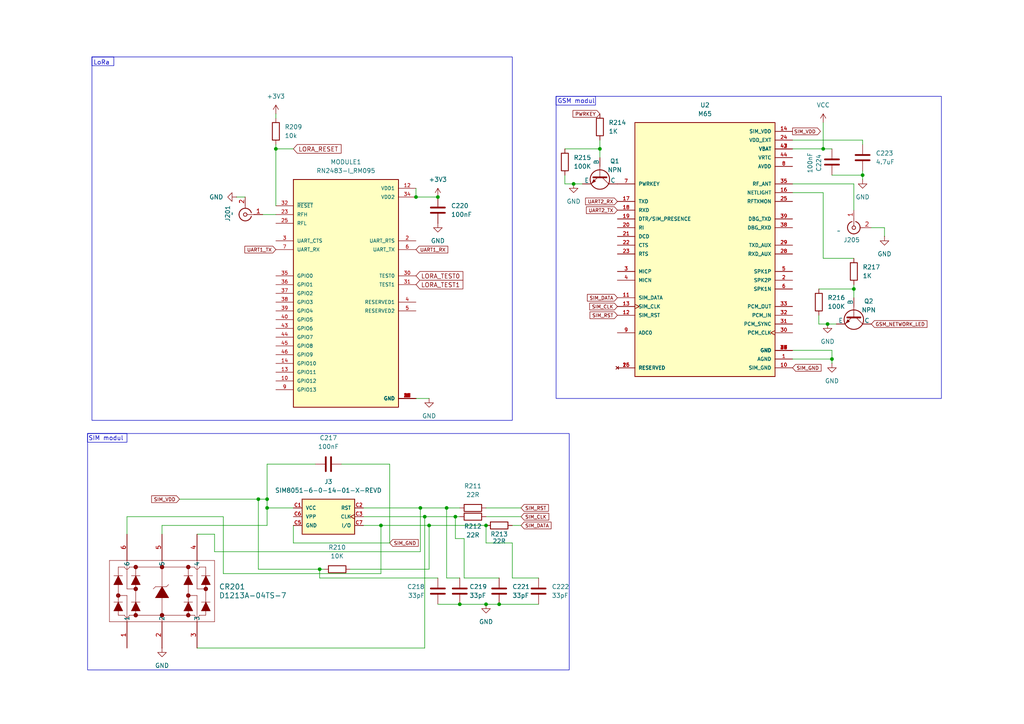
<source format=kicad_sch>
(kicad_sch (version 20250114) (generator "eeschema") (generator_version "9.0")
  (paper "A4")
  (title_block (title "ELEKvadar 2 - Sistem 1") (date "2025-05-30") (rev "0.0.1") (company "Seminar Elektronike u Istazivackoj stanici Petnica"))
  (lib_symbols
    (symbol "Connector:Conn_Coaxial" (pin_names (offset 1.016) (hide yes))
      (property "Reference" "J" (at 0.254 3.048 0))
      (property "Value" "Conn_Coaxial" (at 2.921 0 90))
      (symbol "Conn_Coaxial_0_1"
        (polyline (pts (xy -2.54 0) (xy -0.508 0)))
        (arc (start 1.778 0) (mid 0.222 -1.8079) (end -1.778 -0.508) (stroke (width 0.254)))
        (arc (start -1.778 0.508) (mid 0.2221 1.8084) (end 1.778 0) (stroke (width 0.254)))
        (circle (center 0 0) (radius 0.508) (stroke (width 0.2032)))
        (polyline (pts (xy 0 -2.54) (xy 0 -1.778)))
      )
      (symbol "Conn_Coaxial_1_1"
        (pin passive line (at -5.08 0 0) (length 2.54) (name "In") (number "1"))
        (pin passive line (at 0 -5.08 90) (length 2.54) (name "Ext") (number "2"))
      )
    )
    (symbol "Device:C" (pin_numbers (hide yes)) (pin_names (offset 0.254))
      (property "Reference" "C" (at 0.635 2.54 0))
      (property "Value" "C" (at 0.635 -2.54 0))
      (symbol "C_0_1"
        (polyline (pts (xy -2.032 0.762) (xy 2.032 0.762)) (stroke (width 0.508)))
        (polyline (pts (xy -2.032 -0.762) (xy 2.032 -0.762)) (stroke (width 0.508)))
      )
      (symbol "C_1_1"
        (pin passive line (at 0 3.81 270) (length 2.794) (name "~") (number "1"))
        (pin passive line (at 0 -3.81 90) (length 2.794) (name "~") (number "2"))
      )
    )
    (symbol "Device:R" (pin_numbers (hide yes)) (pin_names (offset 0))
      (property "Reference" "R" (at 2.032 0 90))
      (property "Value" "R" (at 0 0 90))
      (symbol "R_0_1"
        (rectangle (start -1.016 -2.54) (end 1.016 2.54) (stroke (width 0.254)))
      )
      (symbol "R_1_1"
        (pin passive line (at 0 3.81 270) (length 1.27) (name "~") (number "1"))
        (pin passive line (at 0 -3.81 90) (length 1.27) (name "~") (number "2"))
      )
    )
    (symbol "EDS:D1213A-04TS-7" (pin_names (offset 0.254))
      (property "Reference" "CR" (at 17.145 10.16 0))
      (property "Value" "D1213A-04TS-7" (at 20.32 -2.54 0))
      (symbol "D1213A-04TS-7_0_1"
        (polyline (pts (xy 7.62 5.08) (xy 7.62 -25.4)) (stroke (width 0.127)))
        (polyline (pts (xy 7.62 0) (xy 15.24 0)) (stroke (width 0.127)))
        (polyline (pts (xy 7.62 -10.16) (xy 25.4 -10.16)) (stroke (width 0.127)))
        (polyline (pts (xy 7.62 -20.32) (xy 15.24 -20.32)) (stroke (width 0.127)))
        (polyline (pts (xy 7.62 -25.4) (xy 25.4 -25.4)) (stroke (width 0.127)))
        (polyline (pts (xy 9.525 2.54) (xy 9.525 0.635)) (stroke (width 0.127)))
        (polyline (pts (xy 9.525 2.54) (xy 23.495 2.54)) (stroke (width 0.127)))
        (polyline (pts (xy 9.525 -0.635) (xy 9.525 -19.685)) (stroke (width 0.127)))
        (polyline (pts (xy 9.525 -2.54) (xy 23.495 -2.54)) (stroke (width 0.127)))
        (circle (center 9.525 -2.54) (radius 0.127) (stroke (width 0.508)))
        (circle (center 9.525 -10.16) (radius 0.127) (stroke (width 0.508)))
        (polyline (pts (xy 9.525 -17.78) (xy 23.495 -17.78)) (stroke (width 0.127)))
        (circle (center 9.525 -17.78) (radius 0.127) (stroke (width 0.508)))
        (polyline (pts (xy 9.525 -20.955) (xy 9.525 -22.86)) (stroke (width 0.127)))
        (polyline (pts (xy 9.525 -22.86) (xy 23.495 -22.86)) (stroke (width 0.127)))
        (arc (start 9.525 -0.635) (mid 8.8927 0) (end 9.525 0.635) (stroke (width 0.127)))
        (arc (start 9.525 -20.955) (mid 8.8927 -20.32) (end 9.525 -19.685) (stroke (width 0.127)))
        (polyline (pts (xy 10.795 3.81) (xy 10.795 1.27)) (stroke (width 0.127)))
        (polyline (pts (xy 10.795 3.81) (xy 13.335 2.54)) (stroke (width 0.127)))
        (polyline (pts (xy 10.795 3.81) (xy 10.795 1.27) (xy 13.335 2.54)) (fill (type outline)))
        (polyline (pts (xy 10.795 -1.27) (xy 10.795 -3.81)) (stroke (width 0.127)))
        (polyline (pts (xy 10.795 -1.27) (xy 13.335 -2.54)) (stroke (width 0.127)))
        (polyline (pts (xy 10.795 -1.27) (xy 10.795 -3.81) (xy 13.335 -2.54)) (fill (type outline)))
        (polyline (pts (xy 10.795 -16.51) (xy 10.795 -19.05)) (stroke (width 0.127)))
        (polyline (pts (xy 10.795 -16.51) (xy 13.335 -17.78)) (stroke (width 0.127)))
        (polyline (pts (xy 10.795 -16.51) (xy 10.795 -19.05) (xy 13.335 -17.78)) (fill (type outline)))
        (polyline (pts (xy 10.795 -21.59) (xy 10.795 -24.13)) (stroke (width 0.127)))
        (polyline (pts (xy 10.795 -21.59) (xy 13.335 -22.86)) (stroke (width 0.127)))
        (polyline (pts (xy 10.795 -21.59) (xy 10.795 -24.13) (xy 13.335 -22.86)) (fill (type outline)))
        (polyline (pts (xy 13.335 2.54) (xy 10.795 1.27)) (stroke (width 0.127)))
        (polyline (pts (xy 13.335 1.27) (xy 13.335 3.81)) (stroke (width 0.127)))
        (polyline (pts (xy 13.335 -2.54) (xy 10.795 -3.81)) (stroke (width 0.127)))
        (polyline (pts (xy 13.335 -3.81) (xy 13.335 -1.27)) (stroke (width 0.127)))
        (polyline (pts (xy 13.335 -17.78) (xy 10.795 -19.05)) (stroke (width 0.127)))
        (polyline (pts (xy 13.335 -19.05) (xy 13.335 -16.51)) (stroke (width 0.127)))
        (polyline (pts (xy 13.335 -22.86) (xy 10.795 -24.13)) (stroke (width 0.127)))
        (polyline (pts (xy 13.335 -24.13) (xy 13.335 -21.59)) (stroke (width 0.127)))
        (polyline (pts (xy 14.605 -8.255) (xy 14.605 -12.065)) (stroke (width 0.127)))
        (polyline (pts (xy 14.605 -8.255) (xy 17.78 -10.16)) (stroke (width 0.127)))
        (polyline (pts (xy 14.605 -8.255) (xy 14.605 -12.065) (xy 17.78 -10.16)) (fill (type outline)))
        (polyline (pts (xy 14.605 -12.065) (xy 17.78 -10.16)) (stroke (width 0.127)))
        (polyline (pts (xy 15.24 2.54) (xy 15.24 0)) (stroke (width 0.127)))
        (circle (center 15.24 2.54) (radius 0.127) (stroke (width 0.508)))
        (polyline (pts (xy 15.24 -17.78) (xy 15.24 -20.32)) (stroke (width 0.127)))
        (circle (center 15.24 -17.78) (radius 0.127) (stroke (width 0.508)))
        (polyline (pts (xy 17.145 0) (xy 17.145 -2.54)) (stroke (width 0.127)))
        (circle (center 17.145 -2.54) (radius 0.127) (stroke (width 0.508)))
        (polyline (pts (xy 17.145 -20.32) (xy 17.145 -22.86)) (stroke (width 0.127)))
        (circle (center 17.145 -22.86) (radius 0.127) (stroke (width 0.508)))
        (polyline (pts (xy 17.78 -8.255) (xy 17.145 -7.62)) (stroke (width 0.127)))
        (polyline (pts (xy 17.78 -8.255) (xy 17.78 -11.43)) (stroke (width 0.127)))
        (polyline (pts (xy 17.78 -11.43) (xy 18.415 -12.065)) (stroke (width 0.127)))
        (polyline (pts (xy 18.415 3.81) (xy 18.415 1.27)) (stroke (width 0.127)))
        (polyline (pts (xy 18.415 3.81) (xy 20.955 2.54)) (stroke (width 0.127)))
        (polyline (pts (xy 18.415 3.81) (xy 18.415 1.27) (xy 20.955 2.54)) (fill (type outline)))
        (polyline (pts (xy 18.415 -1.27) (xy 18.415 -3.81)) (stroke (width 0.127)))
        (polyline (pts (xy 18.415 -1.27) (xy 20.955 -2.54)) (stroke (width 0.127)))
        (polyline (pts (xy 18.415 -1.27) (xy 18.415 -3.81) (xy 20.955 -2.54)) (fill (type outline)))
        (polyline (pts (xy 18.415 -16.51) (xy 18.415 -19.05)) (stroke (width 0.127)))
        (polyline (pts (xy 18.415 -16.51) (xy 20.955 -17.78)) (stroke (width 0.127)))
        (polyline (pts (xy 18.415 -16.51) (xy 18.415 -19.05) (xy 20.955 -17.78)) (fill (type outline)))
        (polyline (pts (xy 18.415 -21.59) (xy 18.415 -24.13)) (stroke (width 0.127)))
        (polyline (pts (xy 18.415 -21.59) (xy 20.955 -22.86)) (stroke (width 0.127)))
        (polyline (pts (xy 18.415 -21.59) (xy 18.415 -24.13) (xy 20.955 -22.86)) (fill (type outline)))
        (polyline (pts (xy 20.955 2.54) (xy 18.415 1.27)) (stroke (width 0.127)))
        (polyline (pts (xy 20.955 1.27) (xy 20.955 3.81)) (stroke (width 0.127)))
        (polyline (pts (xy 20.955 -2.54) (xy 18.415 -3.81)) (stroke (width 0.127)))
        (polyline (pts (xy 20.955 -3.81) (xy 20.955 -1.27)) (stroke (width 0.127)))
        (polyline (pts (xy 20.955 -17.78) (xy 18.415 -19.05)) (stroke (width 0.127)))
        (polyline (pts (xy 20.955 -19.05) (xy 20.955 -16.51)) (stroke (width 0.127)))
        (polyline (pts (xy 20.955 -22.86) (xy 18.415 -24.13)) (stroke (width 0.127)))
        (polyline (pts (xy 20.955 -24.13) (xy 20.955 -21.59)) (stroke (width 0.127)))
        (polyline (pts (xy 23.495 2.54) (xy 23.495 0.635)) (stroke (width 0.127)))
        (circle (center 23.495 -2.54) (radius 0.127) (stroke (width 0.508)))
        (circle (center 23.495 -10.16) (radius 0.127) (stroke (width 0.508)))
        (circle (center 23.495 -17.78) (radius 0.127) (stroke (width 0.508)))
        (polyline (pts (xy 23.495 -19.685) (xy 23.495 -0.635)) (stroke (width 0.127)))
        (polyline (pts (xy 23.495 -20.955) (xy 23.495 -22.86)) (stroke (width 0.127)))
        (arc (start 23.495 -0.635) (mid 22.8627 0) (end 23.495 0.635) (stroke (width 0.127)))
        (arc (start 23.495 -20.955) (mid 22.8627 -20.32) (end 23.495 -19.685) (stroke (width 0.127)))
        (polyline (pts (xy 25.4 5.08) (xy 7.62 5.08)) (stroke (width 0.127)))
        (polyline (pts (xy 25.4 0) (xy 17.145 0)) (stroke (width 0.127)))
        (polyline (pts (xy 25.4 -20.32) (xy 17.145 -20.32)) (stroke (width 0.127)))
        (polyline (pts (xy 25.4 -25.4) (xy 25.4 5.08)) (stroke (width 0.127)))
        (pin unspecified line (at 0 0 0) (length 7.62) (name "1") (number "1"))
        (pin unspecified line (at 0 -10.16 0) (length 7.62) (name "2") (number "2"))
        (pin unspecified line (at 0 -20.32 0) (length 7.62) (name "3") (number "3"))
        (pin unspecified line (at 33.02 0 180) (length 7.62) (name "6") (number "6"))
        (pin unspecified line (at 33.02 -10.16 180) (length 7.62) (name "5") (number "5"))
        (pin unspecified line (at 33.02 -20.32 180) (length 7.62) (name "4") (number "4"))
      )
    )
    (symbol "Lora:RN2483-I_RM095" (pin_names (offset 1.016))
      (property "Reference" "MODULE" (at -15.2463 33.0337 0))
      (property "Value" "RN2483-I_RM095" (at -15.2576 -35.6012 0))
      (symbol "RN2483-I_RM095_0_0"
        (rectangle (start -15.24 -33.02) (end 15.24 33.02) (stroke (width 0.254)) (fill (type background)))
        (pin input line (at -20.32 25.4 0) (length 5.08) (name "~{RESET}") (number "32"))
        (pin input line (at -20.32 22.86 0) (length 5.08) (name "RFH") (number "23"))
        (pin input line (at -20.32 20.32 0) (length 5.08) (name "RFL") (number "25"))
        (pin input line (at -20.32 15.24 0) (length 5.08) (name "UART_CTS") (number "3"))
        (pin input line (at -20.32 12.7 0) (length 5.08) (name "UART_RX") (number "7"))
        (pin bidirectional line (at -20.32 5.08 0) (length 5.08) (name "GPIO0") (number "35"))
        (pin bidirectional line (at -20.32 2.54 0) (length 5.08) (name "GPIO1") (number "36"))
        (pin bidirectional line (at -20.32 0 0) (length 5.08) (name "GPIO2") (number "37"))
        (pin bidirectional line (at -20.32 -2.54 0) (length 5.08) (name "GPIO3") (number "38"))
        (pin bidirectional line (at -20.32 -5.08 0) (length 5.08) (name "GPIO4") (number "39"))
        (pin bidirectional line (at -20.32 -7.62 0) (length 5.08) (name "GPIO5") (number "40"))
        (pin bidirectional line (at -20.32 -10.16 0) (length 5.08) (name "GPIO6") (number "43"))
        (pin bidirectional line (at -20.32 -12.7 0) (length 5.08) (name "GPIO7") (number "44"))
        (pin bidirectional line (at -20.32 -15.24 0) (length 5.08) (name "GPIO8") (number "45"))
        (pin bidirectional line (at -20.32 -17.78 0) (length 5.08) (name "GPIO9") (number "46"))
        (pin bidirectional line (at -20.32 -20.32 0) (length 5.08) (name "GPIO10") (number "14"))
        (pin bidirectional line (at -20.32 -22.86 0) (length 5.08) (name "GPIO11") (number "13"))
        (pin bidirectional line (at -20.32 -25.4 0) (length 5.08) (name "GPIO12") (number "10"))
        (pin bidirectional line (at -20.32 -27.94 0) (length 5.08) (name "GPIO13") (number "9"))
        (pin power_in line (at 20.32 30.48 180) (length 5.08) (name "VDD1") (number "12"))
        (pin power_in line (at 20.32 27.94 180) (length 5.08) (name "VDD2") (number "34"))
        (pin output line (at 20.32 15.24 180) (length 5.08) (name "UART_RTS") (number "2"))
        (pin output line (at 20.32 12.7 180) (length 5.08) (name "UART_TX") (number "6"))
        (pin passive line (at 20.32 5.08 180) (length 5.08) (name "TEST0") (number "30"))
        (pin passive line (at 20.32 2.54 180) (length 5.08) (name "TEST1") (number "31"))
        (pin passive line (at 20.32 -2.54 180) (length 5.08) (name "RESERVED1") (number "4"))
        (pin passive line (at 20.32 -5.08 180) (length 5.08) (name "RESERVED2") (number "5"))
        (pin passive line (at 20.32 -30.48 180) (length 5.08) (name "GND") (number "1"))
        (pin passive line (at 20.32 -30.48 180) (length 5.08) (name "GND") (number "11"))
        (pin passive line (at 20.32 -30.48 180) (length 5.08) (name "GND") (number "20"))
        (pin passive line (at 20.32 -30.48 180) (length 5.08) (name "GND") (number "21"))
        (pin passive line (at 20.32 -30.48 180) (length 5.08) (name "GND") (number "22"))
        (pin passive line (at 20.32 -30.48 180) (length 5.08) (name "GND") (number "24"))
        (pin passive line (at 20.32 -30.48 180) (length 5.08) (name "GND") (number "26"))
        (pin passive line (at 20.32 -30.48 180) (length 5.08) (name "GND") (number "27"))
        (pin passive line (at 20.32 -30.48 180) (length 5.08) (name "GND") (number "28"))
        (pin passive line (at 20.32 -30.48 180) (length 5.08) (name "GND") (number "33"))
        (pin passive line (at 20.32 -30.48 180) (length 5.08) (name "GND") (number "41"))
        (pin passive line (at 20.32 -30.48 180) (length 5.08) (name "GND") (number "47"))
        (pin passive line (at 20.32 -30.48 180) (length 5.08) (name "GND") (number "8"))
      )
    )
    (symbol "M65:M65" (pin_names (offset 1.016))
      (property "Reference" "U" (at -20.32 40.64 0))
      (property "Value" "M65" (at -20.32 -38.1 0))
      (symbol "M65_0_0"
        (rectangle (start -20.32 -35.56) (end 20.32 38.1) (stroke (width 0.254)) (fill (type background)))
        (pin input line (at -25.4 20.32 0) (length 5.08) (name "PWRKEY") (number "7"))
        (pin output line (at -25.4 15.24 0) (length 5.08) (name "TXD") (number "17"))
        (pin input line (at -25.4 12.7 0) (length 5.08) (name "RXD") (number "18"))
        (pin input line (at -25.4 10.16 0) (length 5.08) (name "DTR/SIM_PRESENCE") (number "19"))
        (pin output line (at -25.4 7.62 0) (length 5.08) (name "RI") (number "20"))
        (pin output line (at -25.4 5.08 0) (length 5.08) (name "DCD") (number "21"))
        (pin output line (at -25.4 2.54 0) (length 5.08) (name "CTS") (number "22"))
        (pin input line (at -25.4 0 0) (length 5.08) (name "RTS") (number "23"))
        (pin input line (at -25.4 -5.08 0) (length 5.08) (name "MICP") (number "3"))
        (pin input line (at -25.4 -7.62 0) (length 5.08) (name "MICN") (number "4"))
        (pin bidirectional line (at -25.4 -12.7 0) (length 5.08) (name "SIM_DATA") (number "11"))
        (pin output clock (at -25.4 -15.24 0) (length 5.08) (name "SIM_CLK") (number "13"))
        (pin output line (at -25.4 -17.78 0) (length 5.08) (name "SIM_RST") (number "12"))
        (pin input line (at -25.4 -22.86 0) (length 5.08) (name "ADC0") (number "9"))
        (pin no_connect line (at -25.4 -33.02 0) (length 5.08) (name "RESERVED") (number "15"))
        (pin no_connect line (at -25.4 -33.02 0) (length 5.08) (name "RESERVED") (number "26"))
        (pin power_in line (at 25.4 35.56 180) (length 5.08) (name "SIM_VDD") (number "14"))
        (pin power_in line (at 25.4 33.02 180) (length 5.08) (name "VDD_EXT") (number "24"))
        (pin power_in line (at 25.4 30.48 180) (length 5.08) (name "VBAT") (number "42"))
        (pin power_in line (at 25.4 30.48 180) (length 5.08) (name "VBAT") (number "43"))
        (pin power_in line (at 25.4 27.94 180) (length 5.08) (name "VRTC") (number "44"))
        (pin power_in line (at 25.4 25.4 180) (length 5.08) (name "AVDD") (number "8"))
        (pin bidirectional line (at 25.4 20.32 180) (length 5.08) (name "RF_ANT") (number "35"))
        (pin output line (at 25.4 17.78 180) (length 5.08) (name "NETLIGHT") (number "16"))
        (pin output line (at 25.4 15.24 180) (length 5.08) (name "RFTXMON") (number "25"))
        (pin output line (at 25.4 10.16 180) (length 5.08) (name "DBG_TXD") (number "39"))
        (pin input line (at 25.4 7.62 180) (length 5.08) (name "DBG_RXD") (number "38"))
        (pin output line (at 25.4 2.54 180) (length 5.08) (name "TXD_AUX") (number "29"))
        (pin input line (at 25.4 0 180) (length 5.08) (name "RXD_AUX") (number "28"))
        (pin output line (at 25.4 -5.08 180) (length 5.08) (name "SPK1P") (number "5"))
        (pin output line (at 25.4 -7.62 180) (length 5.08) (name "SPK2P") (number "2"))
        (pin output line (at 25.4 -10.16 180) (length 5.08) (name "SPK1N") (number "6"))
        (pin output line (at 25.4 -15.24 180) (length 5.08) (name "PCM_OUT") (number "33"))
        (pin input line (at 25.4 -17.78 180) (length 5.08) (name "PCM_IN") (number "32"))
        (pin output line (at 25.4 -20.32 180) (length 5.08) (name "PCM_SYNC") (number "31"))
        (pin output clock (at 25.4 -22.86 180) (length 5.08) (name "PCM_CLK") (number "30"))
        (pin power_in line (at 25.4 -27.94 180) (length 5.08) (name "GND") (number "27"))
        (pin power_in line (at 25.4 -27.94 180) (length 5.08) (name "GND") (number "34"))
        (pin power_in line (at 25.4 -27.94 180) (length 5.08) (name "GND") (number "36"))
        (pin power_in line (at 25.4 -27.94 180) (length 5.08) (name "GND") (number "37"))
        (pin power_in line (at 25.4 -27.94 180) (length 5.08) (name "GND") (number "40"))
        (pin power_in line (at 25.4 -27.94 180) (length 5.08) (name "GND") (number "41"))
        (pin power_in line (at 25.4 -30.48 180) (length 5.08) (name "AGND") (number "1"))
        (pin power_in line (at 25.4 -33.02 180) (length 5.08) (name "SIM_GND") (number "10"))
      )
    )
    (symbol "SIM_CONN:SIM8051-6-0-14-01-X-REVD" (pin_names (offset 1.016))
      (property "Reference" "J" (at -5.0841 5.5925 0))
      (property "Value" "SIM8051-6-0-14-01-X-REVD" (at -5.0884 -7.6326 0))
      (symbol "SIM8051-6-0-14-01-X-REVD_0_0"
        (rectangle (start -5.08 -5.08) (end 10.16 5.08) (stroke (width 0.254)) (fill (type background)))
        (pin input line (at -7.62 2.54 0) (length 2.54) (name "RST") (number "C2"))
        (pin input clock (at -7.62 0 0) (length 2.54) (name "CLK") (number "C3"))
        (pin bidirectional line (at -7.62 -2.54 0) (length 2.54) (name "I/O") (number "C7"))
        (pin power_in line (at 12.7 2.54 180) (length 2.54) (name "VCC") (number "C1"))
        (pin power_in line (at 12.7 0 180) (length 2.54) (name "VPP") (number "C6"))
        (pin power_in line (at 12.7 -2.54 180) (length 2.54) (name "GND") (number "C5"))
      )
    )
    (symbol "Simulation_SPICE:NPN" (pin_numbers (hide yes)) (pin_names (offset 0))
      (property "Reference" "Q" (at -2.54 7.62 0))
      (property "Value" "NPN" (at -2.54 5.08 0))
      (symbol "NPN_0_1"
        (polyline (pts (xy -2.54 0) (xy 0.635 0)) (stroke (width 0.1524)))
        (polyline (pts (xy 0.635 1.905) (xy 0.635 -1.905) (xy 0.635 -1.905)) (stroke (width 0.508)))
        (polyline (pts (xy 0.635 0.635) (xy 2.54 2.54)))
        (polyline (pts (xy 0.635 -0.635) (xy 2.54 -2.54) (xy 2.54 -2.54)))
        (circle (center 1.27 0) (radius 2.8194) (stroke (width 0.254)))
        (polyline (pts (xy 1.27 -1.778) (xy 1.778 -1.27) (xy 2.286 -2.286) (xy 1.27 -1.778) (xy 1.27 -1.778)) (fill (type outline)))
        (polyline (pts (xy 2.794 -1.27) (xy 2.794 -1.27)) (stroke (width 0.1524)))
        (polyline (pts (xy 2.794 -1.27) (xy 2.794 -1.27)) (stroke (width 0.1524)))
      )
      (symbol "NPN_1_1"
        (pin input line (at -5.08 0 0) (length 2.54) (name "B") (number "2"))
        (pin open_collector line (at 2.54 5.08 270) (length 2.54) (name "C") (number "1"))
        (pin open_emitter line (at 2.54 -5.08 90) (length 2.54) (name "E") (number "3"))
      )
    )
    (symbol "power:+3V3" (power) (pin_numbers (hide yes)) (pin_names (offset 0) (hide yes))
      (property "Value" "+3V3" (at 0 3.556 0))
      (symbol "+3V3_0_1"
        (polyline (pts (xy -0.762 1.27) (xy 0 2.54)))
        (polyline (pts (xy 0 2.54) (xy 0.762 1.27)))
        (polyline (pts (xy 0 0) (xy 0 2.54)))
      )
      (symbol "+3V3_1_1"
        (pin power_in line (at 0 0 90) (length 0) (name "~") (number "1"))
      )
    )
    (symbol "power:GND" (power) (pin_numbers (hide yes)) (pin_names (offset 0) (hide yes))
      (property "Value" "GND" (at 0 -3.81 0))
      (symbol "GND_0_1"
        (polyline (pts (xy 0 0) (xy 0 -1.27) (xy 1.27 -1.27) (xy 0 -2.54) (xy -1.27 -1.27) (xy 0 -1.27)))
      )
      (symbol "GND_1_1"
        (pin power_in line (at 0 0 270) (length 0) (name "~") (number "1"))
      )
    )
    (symbol "power:VCC" (power) (pin_numbers (hide yes)) (pin_names (offset 0) (hide yes))
      (property "Value" "VCC" (at 0 3.556 0))
      (symbol "VCC_0_1"
        (polyline (pts (xy -0.762 1.27) (xy 0 2.54)))
        (polyline (pts (xy 0 2.54) (xy 0.762 1.27)))
        (polyline (pts (xy 0 0) (xy 0 2.54)))
      )
      (symbol "VCC_1_1"
        (pin power_in line (at 0 0 90) (length 0) (name "~") (number "1"))
      )
    )
  )
  (rectangle (start 26.67 16.51) (end 33.02 19.05))
  (rectangle (start 26.67 16.51) (end 148.59 121.92))
  (rectangle (start 161.29 27.94) (end 273.05 115.57))
  (rectangle (start 161.29 27.94) (end 172.72 30.48))
  (rectangle (start 25.4 125.73) (end 36.83 128.27))
  (rectangle (start 25.4 125.73) (end 165.1 194.31))
  (text "SIM modul\n" (at 30.734 127.254 0) (effects (font (size 1.27 1.27))))
  (text "GSM modul" (at 167.132 29.464 0) (effects (font (size 1.27 1.27))))
  (text "LoRa\n" (at 29.464 18.288 0) (effects (font (size 1.27 1.27))))
  (junction (at 110.49 152.4))
  (junction (at 123.19 149.86))
  (junction (at 129.54 147.32))
  (junction (at 132.08 149.86))
  (junction (at 80.01 43.18))
  (junction (at 240.03 93.98))
  (junction (at 247.65 83.82))
  (junction (at 241.3 104.14))
  (junction (at 166.37 53.34))
  (junction (at 120.65 57.15))
  (junction (at 133.35 175.26))
  (junction (at 140.97 175.26))
  (junction (at 144.78 175.26))
  (junction (at 173.99 43.18))
  (junction (at 238.76 43.18))
  (junction (at 77.47 144.78))
  (junction (at 121.92 147.32))
  (junction (at 127 57.15))
  (junction (at 92.71 165.1))
  (junction (at 140.97 152.4))
  (junction (at 250.19 50.8))
  (junction (at 124.46 152.4))
  (junction (at 77.47 147.32))
  (junction (at 74.93 144.78))
  (wire (pts (xy 124.46 115.57) (xy 120.65 115.57)))
  (wire (pts (xy 123.19 149.86) (xy 132.08 149.86)))
  (wire (pts (xy 92.71 165.1) (xy 93.98 165.1)))
  (wire (pts (xy 105.41 147.32) (xy 121.92 147.32)))
  (wire (pts (xy 85.09 43.18) (xy 80.01 43.18)))
  (wire (pts (xy 110.49 152.4) (xy 124.46 152.4)))
  (wire (pts (xy 140.97 152.4) (xy 140.97 157.48)))
  (wire (pts (xy 237.49 93.98) (xy 237.49 91.44)))
  (wire (pts (xy 46.99 154.94) (xy 46.99 152.4)))
  (wire (pts (xy 134.62 167.64) (xy 134.62 156.21)))
  (wire (pts (xy 148.59 157.48) (xy 140.97 157.48)))
  (wire (pts (xy 237.49 83.82) (xy 247.65 83.82)))
  (wire (pts (xy 132.08 156.21) (xy 132.08 149.86)))
  (wire (pts (xy 46.99 152.4) (xy 77.47 152.4)))
  (wire (pts (xy 250.19 52.07) (xy 250.19 50.8)))
  (wire (pts (xy 256.54 66.04) (xy 256.54 68.58)))
  (wire (pts (xy 62.23 160.02) (xy 62.23 154.94)))
  (wire (pts (xy 127 57.15) (xy 120.65 57.15)))
  (wire (pts (xy 247.65 53.34) (xy 229.87 53.34)))
  (wire (pts (xy 247.65 83.82) (xy 247.65 86.36)))
  (wire (pts (xy 121.92 160.02) (xy 62.23 160.02)))
  (wire (pts (xy 238.76 43.18) (xy 241.3 43.18)))
  (wire (pts (xy 124.46 165.1) (xy 124.46 152.4)))
  (wire (pts (xy 173.99 40.64) (xy 173.99 43.18)))
  (wire (pts (xy 229.87 43.18) (xy 238.76 43.18)))
  (wire (pts (xy 92.71 167.64) (xy 92.71 165.1)))
  (wire (pts (xy 74.93 165.1) (xy 74.93 144.78)))
  (wire (pts (xy 113.03 157.48) (xy 85.09 157.48)))
  (wire (pts (xy 129.54 147.32) (xy 133.35 147.32)))
  (wire (pts (xy 105.41 149.86) (xy 123.19 149.86)))
  (wire (pts (xy 140.97 149.86) (xy 151.13 149.86)))
  (wire (pts (xy 74.93 165.1) (xy 92.71 165.1)))
  (wire (pts (xy 229.87 104.14) (xy 241.3 104.14)))
  (wire (pts (xy 242.57 93.98) (xy 240.03 93.98)))
  (wire (pts (xy 247.65 60.96) (xy 247.65 53.34)))
  (wire (pts (xy 252.73 66.04) (xy 256.54 66.04)))
  (wire (pts (xy 110.49 152.4) (xy 110.49 166.37)))
  (wire (pts (xy 113.03 134.62) (xy 113.03 157.48)))
  (wire (pts (xy 121.92 147.32) (xy 129.54 147.32)))
  (wire (pts (xy 163.83 50.8) (xy 163.83 53.34)))
  (wire (pts (xy 85.09 157.48) (xy 85.09 152.4)))
  (wire (pts (xy 127 175.26) (xy 133.35 175.26)))
  (wire (pts (xy 173.99 43.18) (xy 173.99 45.72)))
  (wire (pts (xy 148.59 167.64) (xy 148.59 157.48)))
  (wire (pts (xy 140.97 147.32) (xy 151.13 147.32)))
  (wire (pts (xy 121.92 160.02) (xy 121.92 147.32)))
  (wire (pts (xy 133.35 167.64) (xy 129.54 167.64)))
  (wire (pts (xy 129.54 167.64) (xy 129.54 147.32)))
  (wire (pts (xy 105.41 152.4) (xy 110.49 152.4)))
  (wire (pts (xy 110.49 166.37) (xy 64.77 166.37)))
  (wire (pts (xy 52.07 144.78) (xy 74.93 144.78)))
  (wire (pts (xy 238.76 55.88) (xy 238.76 74.93)))
  (wire (pts (xy 240.03 93.98) (xy 237.49 93.98)))
  (wire (pts (xy 120.65 54.61) (xy 120.65 57.15)))
  (wire (pts (xy 148.59 152.4) (xy 151.13 152.4)))
  (wire (pts (xy 124.46 152.4) (xy 140.97 152.4)))
  (wire (pts (xy 71.12 57.15) (xy 68.58 57.15)))
  (wire (pts (xy 144.78 175.26) (xy 156.21 175.26)))
  (wire (pts (xy 74.93 144.78) (xy 77.47 144.78)))
  (wire (pts (xy 163.83 53.34) (xy 166.37 53.34)))
  (wire (pts (xy 99.06 134.62) (xy 113.03 134.62)))
  (wire (pts (xy 156.21 167.64) (xy 148.59 167.64)))
  (wire (pts (xy 76.2 62.23) (xy 80.01 62.23)))
  (wire (pts (xy 238.76 74.93) (xy 247.65 74.93)))
  (wire (pts (xy 123.19 149.86) (xy 123.19 187.96)))
  (wire (pts (xy 133.35 175.26) (xy 140.97 175.26)))
  (wire (pts (xy 77.47 144.78) (xy 77.47 147.32)))
  (wire (pts (xy 80.01 43.18) (xy 80.01 41.91)))
  (wire (pts (xy 250.19 41.91) (xy 250.19 40.64)))
  (wire (pts (xy 241.3 50.8) (xy 250.19 50.8)))
  (wire (pts (xy 241.3 101.6) (xy 241.3 104.14)))
  (wire (pts (xy 80.01 43.18) (xy 80.01 59.69)))
  (wire (pts (xy 123.19 187.96) (xy 57.15 187.96)))
  (wire (pts (xy 64.77 166.37) (xy 64.77 149.86)))
  (wire (pts (xy 250.19 40.64) (xy 229.87 40.64)))
  (wire (pts (xy 36.83 149.86) (xy 36.83 154.94)))
  (wire (pts (xy 77.47 134.62) (xy 77.47 144.78)))
  (wire (pts (xy 80.01 33.02) (xy 80.01 34.29)))
  (wire (pts (xy 134.62 167.64) (xy 144.78 167.64)))
  (wire (pts (xy 238.76 55.88) (xy 229.87 55.88)))
  (wire (pts (xy 134.62 156.21) (xy 132.08 156.21)))
  (wire (pts (xy 166.37 53.34) (xy 168.91 53.34)))
  (wire (pts (xy 77.47 147.32) (xy 77.47 152.4)))
  (wire (pts (xy 238.76 35.56) (xy 238.76 43.18)))
  (wire (pts (xy 163.83 43.18) (xy 173.99 43.18)))
  (wire (pts (xy 127 167.64) (xy 92.71 167.64)))
  (wire (pts (xy 241.3 104.14) (xy 241.3 105.41)))
  (wire (pts (xy 91.44 134.62) (xy 77.47 134.62)))
  (wire (pts (xy 140.97 175.26) (xy 144.78 175.26)))
  (wire (pts (xy 247.65 83.82) (xy 247.65 82.55)))
  (wire (pts (xy 62.23 154.94) (xy 57.15 154.94)))
  (wire (pts (xy 132.08 149.86) (xy 133.35 149.86)))
  (wire (pts (xy 77.47 147.32) (xy 85.09 147.32)))
  (wire (pts (xy 101.6 165.1) (xy 124.46 165.1)))
  (wire (pts (xy 250.19 49.53) (xy 250.19 50.8)))
  (wire (pts (xy 64.77 149.86) (xy 36.83 149.86)))
  (wire (pts (xy 229.87 101.6) (xy 241.3 101.6)))
  (global_label "GSM_NETWORK_LED" (shape input) (at 252.73 93.98 0) (effects (font (size 1 1))) (property "Intersheetrefs" "${INTERSHEET_REFS}" (effects (hide yes))))
  (global_label "SIM_DATA" (shape input) (at 179.07 86.36 180) (effects (font (size 1 1))) (property "Intersheetrefs" "${INTERSHEET_REFS}" (effects (hide yes))))
  (global_label "SIM_DATA" (shape input) (at 151.13 152.4 0) (effects (font (size 1 1))) (property "Intersheetrefs" "${INTERSHEET_REFS}" (effects (hide yes))))
  (global_label "SIM_RST" (shape input) (at 179.07 91.44 180) (effects (font (size 1 1))) (property "Intersheetrefs" "${INTERSHEET_REFS}" (effects (hide yes))))
  (global_label "SIM_GND" (shape input) (at 229.87 106.68 0) (effects (font (size 1 1))) (property "Intersheetrefs" "${INTERSHEET_REFS}" (effects (hide yes))))
  (global_label "UART1_RX" (shape input) (at 120.65 72.39 0) (effects (font (size 1 1))) (property "Intersheetrefs" "${INTERSHEET_REFS}" (effects (hide yes))))
  (global_label "SIM_VDD" (shape output) (at 229.87 38.1 0) (effects (font (size 1 1))) (property "Intersheetrefs" "${INTERSHEET_REFS}" (effects (hide yes))))
  (global_label "SIM_VDD" (shape input) (at 52.07 144.78 180) (effects (font (size 1 1))) (property "Intersheetrefs" "${INTERSHEET_REFS}" (effects (hide yes))))
  (global_label "SIM_GND" (shape input) (at 113.03 157.48 0) (effects (font (size 1 1))) (property "Intersheetrefs" "${INTERSHEET_REFS}" (effects (hide yes))))
  (global_label "SIM_CLK" (shape input) (at 179.07 88.9 180) (effects (font (size 1 1))) (property "Intersheetrefs" "${INTERSHEET_REFS}" (effects (hide yes))))
  (global_label "SIM_RST" (shape input) (at 151.13 147.32 0) (effects (font (size 1 1))) (property "Intersheetrefs" "${INTERSHEET_REFS}" (effects (hide yes))))
  (global_label "UART2_RX" (shape input) (at 179.07 58.42 180) (effects (font (size 1 1))) (property "Intersheetrefs" "${INTERSHEET_REFS}" (effects (hide yes))))
  (global_label "LORA_TEST1" (shape input) (at 120.65 82.55 0) (property "Intersheetrefs" "${INTERSHEET_REFS}" (effects (hide yes))))
  (global_label "LORA_RESET" (shape input) (at 85.09 43.18 0) (property "Intersheetrefs" "${INTERSHEET_REFS}" (effects (hide yes))))
  (global_label "LORA_TEST0" (shape input) (at 120.65 80.01 0) (property "Intersheetrefs" "${INTERSHEET_REFS}" (effects (hide yes))))
  (global_label "UART1_TX" (shape input) (at 80.01 72.39 180) (effects (font (size 1 1))) (property "Intersheetrefs" "${INTERSHEET_REFS}" (effects (hide yes))))
  (global_label "SIM_CLK" (shape input) (at 151.13 149.86 0) (effects (font (size 1 1))) (property "Intersheetrefs" "${INTERSHEET_REFS}" (effects (hide yes))))
  (global_label "PWRKEY" (shape input) (at 173.99 33.02 180) (effects (font (size 1 1))) (property "Intersheetrefs" "${INTERSHEET_REFS}" (effects (hide yes))))
  (global_label "UART2_TX" (shape input) (at 179.07 60.96 180) (effects (font (size 1 1))) (property "Intersheetrefs" "${INTERSHEET_REFS}" (effects (hide yes))))
  (symbol (lib_id "Simulation_SPICE:NPN") (at 173.99 50.8 270) (unit 1)
    (property "Reference" "Q1" (at 178.308 46.736 90))
    (property "Value" "NPN" (at 178.308 49.276 90))
    (property "Footprint" "Package_TO_SOT_SMD:TSOT-23_HandSoldering" (effects (hide yes)))
    (property "Datasheet" "https://ngspice.sourceforge.io/docs/ngspice-html-manual/manual.xhtml#cha_BJTs" (effects (hide yes)))
    (property "Description" "Bipolar transistor symbol for simulation only, substrate tied to the emitter" (effects (hide yes)))
    (property "Sim.Device" "NPN" (effects (hide yes)))
    (property "Sim.Type" "GUMMELPOON" (effects (hide yes)))
    (property "Sim.Pins" "1=C 2=B 3=E" (effects (hide yes)))
  )
  (symbol (lib_id "Device:R") (at 97.79 165.1 90) (unit 1)
    (property "Reference" "R210" (at 97.79 158.75 90))
    (property "Value" "10K" (at 97.79 161.29 90))
    (property "Footprint" "Resistor_SMD:R_1206_3216Metric_Pad1.30x1.75mm_HandSolder" (effects (hide yes)))
    (property "Description" "Resistor" (effects (hide yes)))
  )
  (symbol (lib_id "power:GND") (at 250.19 52.07 0) (unit 1)
    (property "Reference" "#PWR030" (effects (hide yes)))
    (property "Value" "GND" (at 250.19 57.15 0))
    (property "Description" "Power symbol creates a global label with name \"GND\" , ground" (effects (hide yes)))
  )
  (symbol (lib_id "Device:R") (at 237.49 87.63 0) (unit 1)
    (property "Reference" "R216" (at 240.03 86.3599 0) (effects (justify left)))
    (property "Value" "100K" (at 240.03 88.8999 0) (effects (justify left)))
    (property "Footprint" "Resistor_SMD:R_1206_3216Metric_Pad1.30x1.75mm_HandSolder" (effects (hide yes)))
    (property "Description" "Resistor" (effects (hide yes)))
  )
  (symbol (lib_id "Device:R") (at 137.16 149.86 90) (unit 1)
    (property "Reference" "R212" (at 137.16 152.654 90))
    (property "Value" "22R" (at 137.16 155.194 90))
    (property "Footprint" "Resistor_SMD:R_1206_3216Metric_Pad1.30x1.75mm_HandSolder" (effects (hide yes)))
    (property "Description" "Resistor" (effects (hide yes)))
  )
  (symbol (lib_id "Device:C") (at 156.21 171.45 0) (unit 1)
    (property "Reference" "C222" (at 160.02 170.1799 0) (effects (justify left)))
    (property "Value" "33pF" (at 160.02 172.7199 0) (effects (justify left)))
    (property "Footprint" "Capacitor_SMD:C_1206_3216Metric_Pad1.33x1.80mm_HandSolder" (effects (hide yes)))
    (property "Description" "Unpolarized capacitor" (effects (hide yes)))
  )
  (symbol (lib_id "power:GND") (at 68.58 57.15 270) (unit 1)
    (property "Reference" "#PWR0101" (effects (hide yes)))
    (property "Value" "GND" (at 64.77 57.1499 90) (effects (justify right)))
    (property "Description" "Power symbol creates a global label with name \"GND\" , ground" (effects (hide yes)))
  )
  (symbol (lib_id "power:GND") (at 241.3 105.41 0) (unit 1)
    (property "Reference" "#PWR029" (effects (hide yes)))
    (property "Value" "GND" (at 241.3 110.49 0))
    (property "Description" "Power symbol creates a global label with name \"GND\" , ground" (effects (hide yes)))
  )
  (symbol (lib_id "Device:C") (at 95.25 134.62 90) (unit 1)
    (property "Reference" "C217" (at 95.25 127 90))
    (property "Value" "100nF" (at 95.25 129.54 90))
    (property "Footprint" "Capacitor_SMD:C_1206_3216Metric_Pad1.33x1.80mm_HandSolder" (effects (hide yes)))
    (property "Description" "Unpolarized capacitor" (effects (hide yes)))
  )
  (symbol (lib_id "SIM_CONN:SIM8051-6-0-14-01-X-REVD") (at 97.79 149.86 0) (mirror y) (unit 1)
    (property "Reference" "J3" (at 95.25 139.7 0))
    (property "Value" "SIM8051-6-0-14-01-X-REVD" (at 95.25 142.24 0))
    (property "Footprint" "SIM8051-6-0-14-01-X-REVD:GCT_SIM8051-6-0-14-01-X-REVD" (effects (hide yes)))
    (property "MF" "Global Connector Technology" (effects (hide yes)))
    (property "Description_1" "6 Position Card Connector NANO SIM Surface Mount, Right Angle Gold, Without switch, 1.35mm profile, Push-Pull, 4FF Sim card type, low cost, high mating cycle" (effects (hide yes)))
    (property "Package" "None" (effects (hide yes)))
    (property "Price" "None" (effects (hide yes)))
    (property "Check_prices" "https://www.snapeda.com/parts/SIM8051-6-0-14-01-A/Global+Connector+Technology/view-part/?ref=eda" (effects (hide yes)))
    (property "SnapEDA_Link" "https://www.snapeda.com/parts/SIM8051-6-0-14-01-A/Global+Connector+Technology/view-part/?ref=snap" (effects (hide yes)))
    (property "MP" "SIM8051-6-0-14-01-A" (effects (hide yes)))
    (property "Availability" "In Stock" (effects (hide yes)))
    (property "MANUFACTURER" "GCT" (effects (hide yes)))
  )
  (symbol (lib_id "Device:C") (at 133.35 171.45 0) (unit 1)
    (property "Reference" "C219" (at 136.144 170.18 0) (effects (justify left)))
    (property "Value" "33pF" (at 136.144 172.72 0) (effects (justify left)))
    (property "Footprint" "Capacitor_SMD:C_1206_3216Metric_Pad1.33x1.80mm_HandSolder" (effects (hide yes)))
    (property "Description" "Unpolarized capacitor" (effects (hide yes)))
  )
  (symbol (lib_id "Simulation_SPICE:NPN") (at 247.65 91.44 270) (unit 1)
    (property "Reference" "Q2" (at 251.968 87.376 90))
    (property "Value" "NPN" (at 251.968 89.916 90))
    (property "Footprint" "Package_TO_SOT_SMD:TSOT-23_HandSoldering" (effects (hide yes)))
    (property "Datasheet" "https://ngspice.sourceforge.io/docs/ngspice-html-manual/manual.xhtml#cha_BJTs" (effects (hide yes)))
    (property "Description" "Bipolar transistor symbol for simulation only, substrate tied to the emitter" (effects (hide yes)))
    (property "Sim.Device" "NPN" (effects (hide yes)))
    (property "Sim.Type" "GUMMELPOON" (effects (hide yes)))
    (property "Sim.Pins" "1=C 2=B 3=E" (effects (hide yes)))
  )
  (symbol (lib_id "power:+3V3") (at 80.01 33.02 0) (unit 1)
    (property "Reference" "#PWR024" (effects (hide yes)))
    (property "Value" "+3V3" (at 80.01 27.94 0))
    (property "Description" "Power symbol creates a global label with name \"+3V3\"" (effects (hide yes)))
  )
  (symbol (lib_id "Connector:Conn_Coaxial") (at 247.65 66.04 90) (mirror x) (unit 1)
    (property "Reference" "J205" (at 249.428 69.596 90) (effects (justify left)))
    (property "Value" "~" (at 243.84 66.9925 90) (effects (justify left)))
    (property "Footprint" "Connector_Coaxial:SMA_Amphenol_132134-16_Vertical" (effects (hide yes)))
    (property "Description" "coaxial connector (BNC, SMA, SMB, SMC, Cinch/RCA, LEMO, ...)" (effects (hide yes)))
  )
  (symbol (lib_id "M65:M65") (at 204.47 73.66 0) (unit 1)
    (property "Reference" "U2" (at 204.47 30.48 0))
    (property "Value" "M65" (at 204.47 33.02 0))
    (property "Footprint" "M65:XCVR_M65" (effects (hide yes)))
    (property "MF" "Quectel" (effects (hide yes)))
    (property "MAXIMUM_PACKAGE_HEIGHT" "2.60mm" (effects (hide yes)))
    (property "Package" "None" (effects (hide yes)))
    (property "Price" "None" (effects (hide yes)))
    (property "Check_prices" "https://www.snapeda.com/parts/M65/Quectel/view-part/?ref=eda" (effects (hide yes)))
    (property "STANDARD" "Manufacturer Recommendations" (effects (hide yes)))
    (property "PARTREV" "1.0" (effects (hide yes)))
    (property "SnapEDA_Link" "https://www.snapeda.com/parts/M65/Quectel/view-part/?ref=snap" (effects (hide yes)))
    (property "MP" "M65" (effects (hide yes)))
    (property "Description_1" "Quad-band GSM/GPRS module; 17.7mm  15.8mm  2.4mm; 1.1g; Max. data rate: 85.6Kbps; SMT form factor; LCC castellation packaging; Extended temperature range of -40C to +85C." (effects (hide yes)))
    (property "MANUFACTURER" "Quectel" (effects (hide yes)))
    (property "Availability" "Not in stock" (effects (hide yes)))
    (property "SNAPEDA_PN" "M65" (effects (hide yes)))
  )
  (symbol (lib_id "Device:C") (at 241.3 46.99 180) (unit 1)
    (property "Reference" "C224" (at 237.49 47.244 90))
    (property "Value" "100nF" (at 234.95 47.244 90))
    (property "Footprint" "Capacitor_SMD:C_1206_3216Metric_Pad1.33x1.80mm_HandSolder" (effects (hide yes)))
    (property "Description" "Unpolarized capacitor" (effects (hide yes)))
  )
  (symbol (lib_id "Device:R") (at 173.99 36.83 180) (unit 1)
    (property "Reference" "R214" (at 176.53 35.5599 0) (effects (justify right)))
    (property "Value" "1K" (at 176.53 38.0999 0) (effects (justify right)))
    (property "Footprint" "Resistor_SMD:R_1206_3216Metric_Pad1.30x1.75mm_HandSolder" (effects (hide yes)))
    (property "Description" "Resistor" (effects (hide yes)))
  )
  (symbol (lib_id "Device:C") (at 127 171.45 0) (mirror y) (unit 1)
    (property "Reference" "C218" (at 123.19 170.1799 0) (effects (justify left)))
    (property "Value" "33pF" (at 123.19 172.7199 0) (effects (justify left)))
    (property "Footprint" "Capacitor_SMD:C_1206_3216Metric_Pad1.33x1.80mm_HandSolder" (effects (hide yes)))
    (property "Description" "Unpolarized capacitor" (effects (hide yes)))
  )
  (symbol (lib_id "Device:C") (at 127 60.96 0) (unit 1)
    (property "Reference" "C220" (at 130.81 59.6899 0) (effects (justify left)))
    (property "Value" "100nF" (at 130.81 62.2299 0) (effects (justify left)))
    (property "Footprint" "Capacitor_SMD:C_1206_3216Metric_Pad1.33x1.80mm_HandSolder" (effects (hide yes)))
    (property "Description" "Unpolarized capacitor" (effects (hide yes)))
  )
  (symbol (lib_id "power:GND") (at 256.54 68.58 0) (unit 1)
    (property "Reference" "#PWR031" (effects (hide yes)))
    (property "Value" "GND" (at 256.54 73.66 0))
    (property "Description" "Power symbol creates a global label with name \"GND\" , ground" (effects (hide yes)))
  )
  (symbol (lib_id "Device:C") (at 250.19 45.72 180) (unit 1)
    (property "Reference" "C223" (at 254 44.4499 0) (effects (justify right)))
    (property "Value" "4.7uF" (at 254 46.9899 0) (effects (justify right)))
    (property "Footprint" "Capacitor_SMD:C_1206_3216Metric_Pad1.33x1.80mm_HandSolder" (effects (hide yes)))
    (property "Description" "Unpolarized capacitor" (effects (hide yes)))
  )
  (symbol (lib_id "Device:C") (at 144.78 171.45 0) (unit 1)
    (property "Reference" "C221" (at 148.59 170.1799 0) (effects (justify left)))
    (property "Value" "33pF" (at 148.59 172.7199 0) (effects (justify left)))
    (property "Footprint" "Capacitor_SMD:C_1206_3216Metric_Pad1.33x1.80mm_HandSolder" (effects (hide yes)))
    (property "Description" "Unpolarized capacitor" (effects (hide yes)))
  )
  (symbol (lib_id "Device:R") (at 137.16 147.32 90) (unit 1)
    (property "Reference" "R211" (at 137.16 140.97 90))
    (property "Value" "22R" (at 137.16 143.51 90))
    (property "Footprint" "Resistor_SMD:R_1206_3216Metric_Pad1.30x1.75mm_HandSolder" (effects (hide yes)))
    (property "Description" "Resistor" (effects (hide yes)))
  )
  (symbol (lib_id "Device:R") (at 144.78 152.4 90) (mirror x) (unit 1)
    (property "Reference" "R213" (at 144.78 154.94 90))
    (property "Value" "22R" (at 144.78 156.972 90))
    (property "Footprint" "Resistor_SMD:R_1206_3216Metric_Pad1.30x1.75mm_HandSolder" (effects (hide yes)))
    (property "Description" "Resistor" (effects (hide yes)))
  )
  (symbol (lib_id "power:GND") (at 140.97 175.26 0) (unit 1)
    (property "Reference" "#PWR028" (effects (hide yes)))
    (property "Value" "GND" (at 140.97 180.34 0))
    (property "Description" "Power symbol creates a global label with name \"GND\" , ground" (effects (hide yes)))
  )
  (symbol (lib_id "Device:R") (at 80.01 38.1 0) (unit 1)
    (property "Reference" "R209" (at 82.55 36.8299 0) (effects (justify left)))
    (property "Value" "10k" (at 82.55 39.3699 0) (effects (justify left)))
    (property "Footprint" "Resistor_SMD:R_1206_3216Metric_Pad1.30x1.75mm_HandSolder" (effects (hide yes)))
    (property "Description" "Resistor" (effects (hide yes)))
  )
  (symbol (lib_id "power:GND") (at 166.37 53.34 0) (unit 1)
    (property "Reference" "#PWR0103" (effects (hide yes)))
    (property "Value" "GND" (at 166.37 58.42 0))
    (property "Description" "Power symbol creates a global label with name \"GND\" , ground" (effects (hide yes)))
  )
  (symbol (lib_id "power:GND") (at 124.46 115.57 0) (unit 1)
    (property "Reference" "#PWR026" (effects (hide yes)))
    (property "Value" "GND" (at 124.46 120.65 0))
    (property "Description" "Power symbol creates a global label with name \"GND\" , ground" (effects (hide yes)))
  )
  (symbol (lib_id "power:GND") (at 46.99 187.96 0) (unit 1)
    (property "Reference" "#PWR0105" (effects (hide yes)))
    (property "Value" "GND" (at 46.99 193.04 0))
    (property "Description" "Power symbol creates a global label with name \"GND\" , ground" (effects (hide yes)))
  )
  (symbol (lib_id "power:GND") (at 240.03 93.98 0) (unit 1)
    (property "Reference" "#PWR044" (effects (hide yes)))
    (property "Value" "GND" (at 240.03 99.06 0))
    (property "Description" "Power symbol creates a global label with name \"GND\" , ground" (effects (hide yes)))
  )
  (symbol (lib_id "power:+3V3") (at 127 57.15 0) (unit 1)
    (property "Reference" "#PWR025" (effects (hide yes)))
    (property "Value" "+3V3" (at 127 52.07 0))
    (property "Description" "Power symbol creates a global label with name \"+3V3\"" (effects (hide yes)))
  )
  (symbol (lib_id "Device:R") (at 163.83 46.99 0) (unit 1)
    (property "Reference" "R215" (at 166.37 45.7199 0) (effects (justify left)))
    (property "Value" "100K" (at 166.37 48.2599 0) (effects (justify left)))
    (property "Footprint" "Resistor_SMD:R_1206_3216Metric_Pad1.30x1.75mm_HandSolder" (effects (hide yes)))
    (property "Description" "Resistor" (effects (hide yes)))
  )
  (symbol (lib_id "Connector:Conn_Coaxial") (at 71.12 62.23 180) (unit 1)
    (property "Reference" "J201" (at 66.04 61.9368 90))
    (property "Value" "~" (at 67.31 61.9368 90))
    (property "Footprint" "Connector_Coaxial:SMA_Amphenol_132134-16_Vertical" (effects (hide yes)))
    (property "Description" "coaxial connector (BNC, SMA, SMB, SMC, Cinch/RCA, LEMO, ...)" (effects (hide yes)))
  )
  (symbol (lib_id "EDS:D1213A-04TS-7") (at 36.83 187.96 90) (unit 1)
    (property "Reference" "CR201" (at 63.5 170.1799 90) (effects (font (size 1.524 1.524)) (justify right)))
    (property "Value" "D1213A-04TS-7" (at 63.5 172.7199 90) (effects (font (size 1.524 1.524)) (justify right)))
    (property "Footprint" "TSOT26_DIO" (effects (hide yes)))
    (property "Datasheet" "D1213A-04TS-7" (effects (hide yes)))
  )
  (symbol (lib_id "Lora:RN2483-I_RM095") (at 100.33 85.09 0) (unit 1)
    (property "Reference" "MODULE1" (at 100.33 46.99 0))
    (property "Value" "RN2483-I_RM095" (at 100.33 49.53 0))
    (property "Footprint" "RN2483-I_RM095:MICROCHIP_RN2483-I_RM095" (effects (hide yes)))
    (property "MF" "Microchip" (effects (hide yes)))
    (property "Description_1" "Sub-GHz Dual Band Long Range Transceiver LoRa Module" (effects (hide yes)))
    (property "Package" "None" (effects (hide yes)))
    (property "Price" "None" (effects (hide yes)))
    (property "Check_prices" "https://www.snapeda.com/parts/RN2483-I/RM095/Microchip/view-part/?ref=eda" (effects (hide yes)))
    (property "SnapEDA_Link" "https://www.snapeda.com/parts/RN2483-I/RM095/Microchip/view-part/?ref=snap" (effects (hide yes)))
    (property "MP" "RN2483-I/RM095" (effects (hide yes)))
    (property "Availability" "In Stock" (effects (hide yes)))
    (property "MANUFACTURER" "Microchip" (effects (hide yes)))
  )
  (symbol (lib_id "Device:R") (at 247.65 78.74 180) (unit 1)
    (property "Reference" "R217" (at 250.19 77.4699 0) (effects (justify right)))
    (property "Value" "1K" (at 250.19 80.0099 0) (effects (justify right)))
    (property "Footprint" "Resistor_SMD:R_1206_3216Metric_Pad1.30x1.75mm_HandSolder" (effects (hide yes)))
    (property "Description" "Resistor" (effects (hide yes)))
  )
  (symbol (lib_id "power:GND") (at 127 64.77 0) (unit 1)
    (property "Reference" "#PWR027" (effects (hide yes)))
    (property "Value" "GND" (at 127 69.85 0))
    (property "Description" "Power symbol creates a global label with name \"GND\" , ground" (effects (hide yes)))
  )
  (symbol (lib_id "power:VCC") (at 238.76 35.56 0) (unit 1)
    (property "Reference" "#PWR0104" (effects (hide yes)))
    (property "Value" "VCC" (at 238.76 30.48 0))
    (property "Description" "Power symbol creates a global label with name \"VCC\"" (effects (hide yes)))
  )
)
</source>
